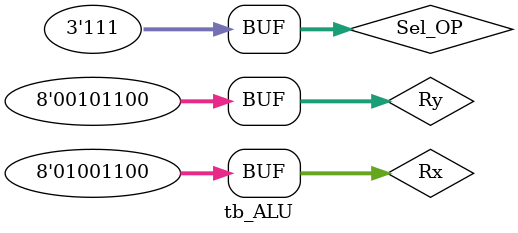
<source format=v>
`timescale 1ns / 1ps


module tb_ALU;
    reg [7:0] Rx;
    reg [7:0] Ry;
    reg [2:0] Sel_OP;
    wire [7:0] R0;
    wire [2:0] Flags;
    
    ALU uut(
        .Rx(Rx),
        .Ry(Ry),
        .Sel_OP(Sel_OP),
        .R0(R0),
        .Flags(Flags)
    );
    
    initial
        begin
            Rx = 76;
            Ry = 44;
            Sel_OP = 0;
        #4
            Rx = 76;
            Ry = 76;
            Sel_OP = 1;
        #4
            Rx = 76;
            Ry = 80;
            Sel_OP = 1;
        #6
            Rx = 76;
            Ry = 44;
            Sel_OP = 3;
        #10
            Rx = 76;
            Ry = 44;
            Sel_OP = 4;
        #4
            Rx = 76;
            Ry = 44;
            Sel_OP = 5;
        #4
            Rx = 76;
            Ry = 44;
            Sel_OP = 6;
        #4
            Rx = 76;
            Ry = 44;
            Sel_OP = 7;
        
        end
    
endmodule

</source>
